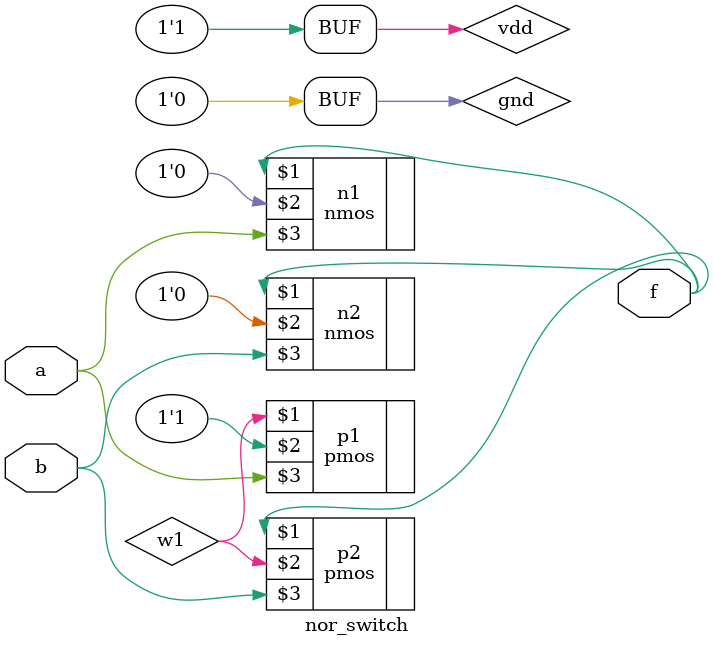
<source format=v>
 module nor_switch(input a,b, output f);
supply0 gnd;
supply1 vdd;
wire w1;

 pmos p1(w1,vdd,a); 
 pmos p2(f,w1,b);
 nmos n1(f,gnd,a);
 nmos n2(f,gnd,b);
endmodule

</source>
